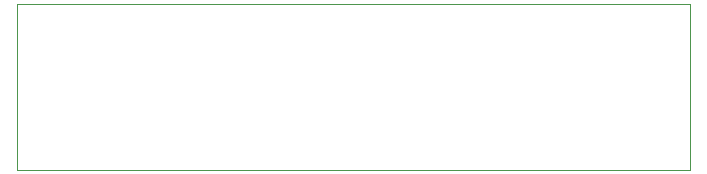
<source format=gbr>
%TF.GenerationSoftware,KiCad,Pcbnew,8.0.8-2.fc41*%
%TF.CreationDate,2025-02-01T06:38:31+00:00*%
%TF.ProjectId,small_led_a,736d616c-6c5f-46c6-9564-5f612e6b6963,rev?*%
%TF.SameCoordinates,Original*%
%TF.FileFunction,Profile,NP*%
%FSLAX46Y46*%
G04 Gerber Fmt 4.6, Leading zero omitted, Abs format (unit mm)*
G04 Created by KiCad (PCBNEW 8.0.8-2.fc41) date 2025-02-01 06:38:31*
%MOMM*%
%LPD*%
G01*
G04 APERTURE LIST*
%TA.AperFunction,Profile*%
%ADD10C,0.050000*%
%TD*%
G04 APERTURE END LIST*
D10*
X60000000Y-51000000D02*
X60000000Y-65000000D01*
X117000000Y-51000000D02*
X60000000Y-51000000D01*
X117000000Y-65000000D02*
X117000000Y-51000000D01*
X60000000Y-65000000D02*
X117000000Y-65000000D01*
M02*

</source>
